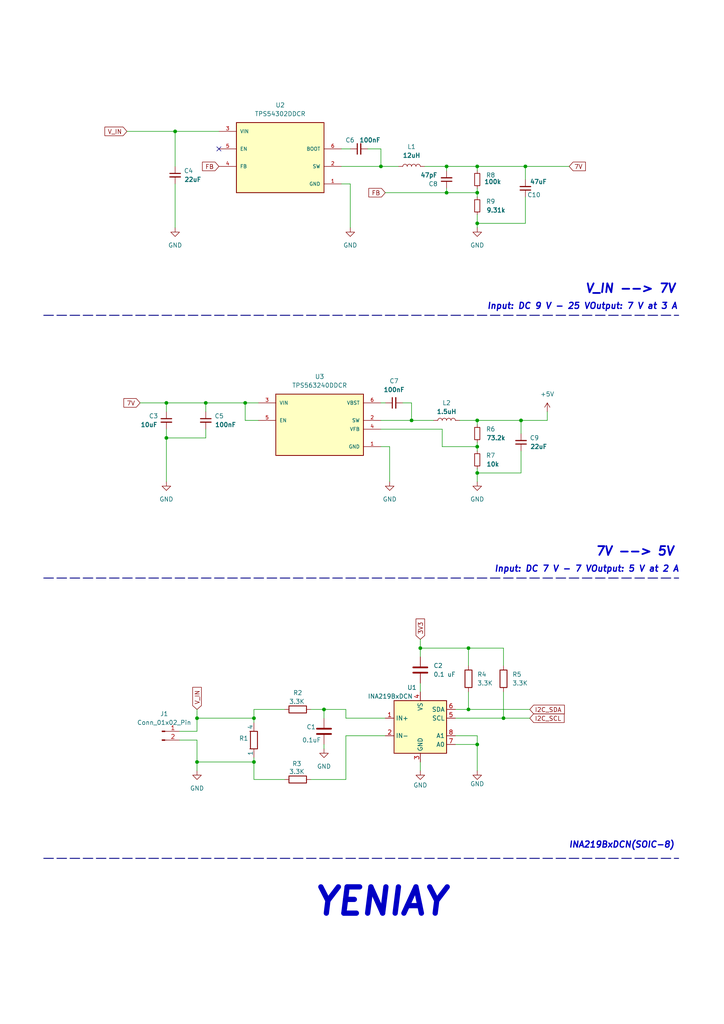
<source format=kicad_sch>
(kicad_sch (version 20231120) (generator "eeschema") (generator_version "8.0")
  (paper "A4" portrait)
  (title_block (title "CPDB") (date "2025-02-23"))
  (lib_symbols
    (symbol "Connector:Conn_01x02_Pin" (pin_names (offset 1.016) hide)
      (property "Reference" "J" (at 0 2.54 0))
      (property "Value" "Conn_01x02_Pin" (at 0 -5.08 0))
      (symbol "Conn_01x02_Pin_1_1"
        (polyline (pts (xy 1.27 -2.54) (xy 0.8636 -2.54)) (stroke (width 0.1524)))
        (polyline (pts (xy 1.27 0) (xy 0.8636 0)) (stroke (width 0.1524)))
        (rectangle (start 0.8636 -2.413) (end 0 -2.667) (stroke (width 0.1524)) (fill (type outline)))
        (rectangle (start 0.8636 0.127) (end 0 -0.127) (stroke (width 0.1524)) (fill (type outline)))
        (pin passive line (at 5.08 0 180) (length 3.81) (name "Pin_1") (number "1"))
        (pin passive line (at 5.08 -2.54 180) (length 3.81) (name "Pin_2") (number "2"))
      )
    )
    (symbol "Device:C" (pin_numbers hide) (pin_names (offset 0.254))
      (property "Reference" "C" (at 0.635 2.54 0))
      (property "Value" "C" (at 0.635 -2.54 0))
      (symbol "C_0_1"
        (polyline (pts (xy -2.032 -0.762) (xy 2.032 -0.762)) (stroke (width 0.508)))
        (polyline (pts (xy -2.032 0.762) (xy 2.032 0.762)) (stroke (width 0.508)))
      )
      (symbol "C_1_1"
        (pin passive line (at 0 3.81 270) (length 2.794) (name "~") (number "1"))
        (pin passive line (at 0 -3.81 90) (length 2.794) (name "~") (number "2"))
      )
    )
    (symbol "Device:C_Small" (pin_numbers hide) (pin_names (offset 0.254) hide)
      (property "Reference" "C" (at 0.254 1.778 0))
      (property "Value" "C_Small" (at 0.254 -2.032 0))
      (symbol "C_Small_0_1"
        (polyline (pts (xy -1.524 -0.508) (xy 1.524 -0.508)) (stroke (width 0.3302)))
        (polyline (pts (xy -1.524 0.508) (xy 1.524 0.508)) (stroke (width 0.3048)))
      )
      (symbol "C_Small_1_1"
        (pin passive line (at 0 2.54 270) (length 2.032) (name "~") (number "1"))
        (pin passive line (at 0 -2.54 90) (length 2.032) (name "~") (number "2"))
      )
    )
    (symbol "Device:L" (pin_numbers hide) (pin_names (offset 1.016) hide)
      (property "Reference" "L" (at -1.27 0 90))
      (property "Value" "L" (at 1.905 0 90))
      (symbol "L_0_1"
        (arc (start 0 -2.54) (mid 0.6323 -1.905) (end 0 -1.27))
        (arc (start 0 -1.27) (mid 0.6323 -0.635) (end 0 0))
        (arc (start 0 0) (mid 0.6323 0.635) (end 0 1.27))
        (arc (start 0 1.27) (mid 0.6323 1.905) (end 0 2.54))
      )
      (symbol "L_1_1"
        (pin passive line (at 0 3.81 270) (length 1.27) (name "1") (number "1"))
        (pin passive line (at 0 -3.81 90) (length 1.27) (name "2") (number "2"))
      )
    )
    (symbol "Device:R" (pin_numbers hide) (pin_names (offset 0))
      (property "Reference" "R" (at 2.032 0 90))
      (property "Value" "R" (at 0 0 90))
      (symbol "R_0_1"
        (rectangle (start -1.016 -2.54) (end 1.016 2.54) (stroke (width 0.254)))
      )
      (symbol "R_1_1"
        (pin passive line (at 0 3.81 270) (length 1.27) (name "~") (number "1"))
        (pin passive line (at 0 -3.81 90) (length 1.27) (name "~") (number "2"))
      )
    )
    (symbol "Device:R_Shunt" (pin_numbers hide) (pin_names (offset 0))
      (property "Reference" "R1" (at 4.318 -0.508 0))
      (symbol "R_Shunt_0_1"
        (rectangle (start -1.016 -2.54) (end 1.016 2.54) (stroke (width 0.254)))
        (polyline (pts (xy 0 -2.54) (xy 1.27 -2.54)))
        (polyline (pts (xy 1.27 2.54) (xy 0 2.54)))
      )
      (symbol "R_Shunt_1_1"
        (pin passive line (at 0 5.08 270) (length 2.54) (name "1") (number "1"))
        (pin passive line (at 0 -5.08 90) (length 2.54) (name "4") (number "4"))
      )
    )
    (symbol "Device:R_Small" (pin_numbers hide) (pin_names (offset 0.254) hide)
      (property "Reference" "R" (at 0.762 0.508 0))
      (property "Value" "R_Small" (at 0.762 -1.016 0))
      (symbol "R_Small_0_1"
        (rectangle (start -0.762 1.778) (end 0.762 -1.778) (stroke (width 0.2032)))
      )
      (symbol "R_Small_1_1"
        (pin passive line (at 0 2.54 270) (length 0.762) (name "~") (number "1"))
        (pin passive line (at 0 -2.54 90) (length 0.762) (name "~") (number "2"))
      )
    )
    (symbol "Sensor_Energy:INA219BxDCN"
      (property "Reference" "U" (at -6.35 8.89 0))
      (property "Value" "INA219BxDCN" (at 6.35 8.89 0))
      (symbol "INA219BxDCN_0_1"
        (rectangle (start -7.62 7.62) (end 7.62 -7.62) (stroke (width 0.254)) (fill (type background)))
      )
      (symbol "INA219BxDCN_1_1"
        (pin input line (at -10.16 2.54 0) (length 2.54) (name "IN+") (number "1"))
        (pin input line (at -10.16 -2.54 0) (length 2.54) (name "IN-") (number "2"))
        (pin power_in line (at 0 -10.16 90) (length 2.54) (name "GND") (number "3"))
        (pin power_in line (at 0 10.16 270) (length 2.54) (name "VS") (number "4"))
        (pin input line (at 10.16 2.54 180) (length 2.54) (name "SCL") (number "5"))
        (pin bidirectional line (at 10.16 5.08 180) (length 2.54) (name "SDA") (number "6"))
        (pin input line (at 10.16 -5.08 180) (length 2.54) (name "A0") (number "7"))
        (pin input line (at 10.16 -2.54 180) (length 2.54) (name "A1") (number "8"))
      )
    )
    (symbol "TPS54302DDCR:TPS54302DDCR" (pin_names (offset 1.016))
      (property "Reference" "U" (at -12.7 11.16 0))
      (property "Value" "TPS54302DDCR" (at -12.7 -11.62 0))
      (symbol "TPS54302DDCR_0_0"
        (rectangle (start -12.7 -10.16) (end 12.7 10.16) (stroke (width 0.254)) (fill (type background)))
        (pin power_in line (at 17.78 -7.62 180) (length 5.08) (name "GND") (number "1"))
        (pin output line (at 17.78 -2.54 180) (length 5.08) (name "SW") (number "2"))
        (pin power_in line (at -17.78 7.62 0) (length 5.08) (name "VIN") (number "3"))
        (pin input line (at -17.78 -2.54 0) (length 5.08) (name "FB") (number "4"))
        (pin input line (at -17.78 2.54 0) (length 5.08) (name "EN") (number "5"))
        (pin output line (at 17.78 2.54 180) (length 5.08) (name "BOOT") (number "6"))
      )
    )
    (symbol "TPS563240DDCR:TPS563240DDCR" (pin_names (offset 1.016))
      (property "Reference" "U" (at -12.7 11.049 0))
      (property "Value" "TPS563240DDCR" (at -12.7 -10.16 0))
      (symbol "TPS563240DDCR_0_0"
        (rectangle (start -12.7 -7.62) (end 12.7 10.16) (stroke (width 0.254)) (fill (type background)))
        (pin power_in line (at 17.78 -5.08 180) (length 5.08) (name "GND") (number "1"))
        (pin output line (at 17.78 2.54 180) (length 5.08) (name "SW") (number "2"))
        (pin input line (at -17.78 7.62 0) (length 5.08) (name "VIN") (number "3"))
        (pin input line (at 17.78 0 180) (length 5.08) (name "VFB") (number "4"))
        (pin input line (at -17.78 2.54 0) (length 5.08) (name "EN") (number "5"))
        (pin output line (at 17.78 7.62 180) (length 5.08) (name "VBST") (number "6"))
      )
    )
    (symbol "power:+5V" (power) (pin_numbers hide) (pin_names (offset 0) hide)
      (property "Value" "+5V" (at 0 3.556 0))
      (symbol "+5V_0_1"
        (polyline (pts (xy -0.762 1.27) (xy 0 2.54)))
        (polyline (pts (xy 0 0) (xy 0 2.54)))
        (polyline (pts (xy 0 2.54) (xy 0.762 1.27)))
      )
      (symbol "+5V_1_1"
        (pin power_in line (at 0 0 90) (length 0) (name "~") (number "1"))
      )
    )
    (symbol "power:GND" (power) (pin_numbers hide) (pin_names (offset 0) hide)
      (property "Value" "GND" (at 0 -3.81 0))
      (symbol "GND_0_1"
        (polyline (pts (xy 0 0) (xy 0 -1.27) (xy 1.27 -1.27) (xy 0 -2.54) (xy -1.27 -1.27) (xy 0 -1.27)))
      )
      (symbol "GND_1_1"
        (pin power_in line (at 0 0 270) (length 0) (name "~") (number "1"))
      )
    )
  )
  (junction (at 57.15 220.98))
  (junction (at 138.43 129.54))
  (junction (at 151.13 121.92))
  (junction (at 59.69 116.84))
  (junction (at 119.38 121.92))
  (junction (at 152.4 48.26))
  (junction (at 138.43 215.9))
  (junction (at 138.43 48.26))
  (junction (at 135.89 205.74))
  (junction (at 57.15 208.28))
  (junction (at 138.43 137.16))
  (junction (at 71.12 116.84))
  (junction (at 73.66 208.28))
  (junction (at 138.43 121.92))
  (junction (at 138.43 64.77))
  (junction (at 50.8 38.1))
  (junction (at 146.05 208.28))
  (junction (at 48.26 127))
  (junction (at 48.26 116.84))
  (junction (at 73.66 220.98))
  (junction (at 129.54 55.88))
  (junction (at 110.49 48.26))
  (junction (at 93.98 205.74))
  (junction (at 138.43 55.88))
  (junction (at 135.89 187.96))
  (junction (at 121.92 187.96))
  (junction (at 129.54 48.26))
  (no_connect (at 63.5 43.18))
  (wire (pts (xy 135.89 187.96) (xy 135.89 193.04)))
  (wire (pts (xy 132.08 208.28) (xy 146.05 208.28)))
  (wire (pts (xy 119.38 121.92) (xy 125.73 121.92)))
  (wire (pts (xy 100.33 213.36) (xy 100.33 226.06)))
  (wire (pts (xy 73.66 219.71) (xy 73.66 220.98)))
  (wire (pts (xy 52.07 212.09) (xy 57.15 212.09)))
  (wire (pts (xy 100.33 208.28) (xy 100.33 205.74)))
  (wire (pts (xy 73.66 220.98) (xy 73.66 226.06)))
  (wire (pts (xy 50.8 53.34) (xy 50.8 66.04)))
  (wire (pts (xy 71.12 121.92) (xy 71.12 116.84)))
  (wire (pts (xy 152.4 48.26) (xy 165.1 48.26)))
  (wire (pts (xy 138.43 64.77) (xy 138.43 62.23)))
  (wire (pts (xy 138.43 128.27) (xy 138.43 129.54)))
  (wire (pts (xy 138.43 64.77) (xy 138.43 66.04)))
  (wire (pts (xy 146.05 200.66) (xy 146.05 208.28)))
  (wire (pts (xy 138.43 121.92) (xy 151.13 121.92)))
  (wire (pts (xy 82.55 205.74) (xy 73.66 205.74)))
  (wire (pts (xy 138.43 213.36) (xy 138.43 215.9)))
  (wire (pts (xy 110.49 116.84) (xy 111.76 116.84)))
  (wire (pts (xy 36.83 38.1) (xy 50.8 38.1)))
  (wire (pts (xy 73.66 208.28) (xy 73.66 209.55)))
  (wire (pts (xy 57.15 208.28) (xy 57.15 212.09)))
  (wire (pts (xy 59.69 116.84) (xy 71.12 116.84)))
  (wire (pts (xy 111.76 208.28) (xy 100.33 208.28)))
  (wire (pts (xy 121.92 185.42) (xy 121.92 187.96)))
  (wire (pts (xy 48.26 116.84) (xy 48.26 119.38)))
  (wire (pts (xy 132.08 213.36) (xy 138.43 213.36)))
  (wire (pts (xy 129.54 55.88) (xy 129.54 54.61)))
  (wire (pts (xy 151.13 121.92) (xy 151.13 125.73)))
  (wire (pts (xy 121.92 198.12) (xy 121.92 200.66)))
  (wire (pts (xy 138.43 48.26) (xy 138.43 49.53)))
  (wire (pts (xy 99.06 48.26) (xy 110.49 48.26)))
  (wire (pts (xy 151.13 130.81) (xy 151.13 137.16)))
  (wire (pts (xy 129.54 55.88) (xy 138.43 55.88)))
  (wire (pts (xy 99.06 53.34) (xy 101.6 53.34)))
  (wire (pts (xy 138.43 54.61) (xy 138.43 55.88)))
  (wire (pts (xy 57.15 208.28) (xy 57.15 205.74)))
  (wire (pts (xy 110.49 124.46) (xy 128.27 124.46)))
  (wire (pts (xy 151.13 137.16) (xy 138.43 137.16)))
  (wire (pts (xy 57.15 220.98) (xy 57.15 223.52)))
  (wire (pts (xy 57.15 214.63) (xy 57.15 220.98)))
  (wire (pts (xy 93.98 205.74) (xy 93.98 208.28)))
  (wire (pts (xy 59.69 116.84) (xy 59.69 119.38)))
  (wire (pts (xy 152.4 48.26) (xy 138.43 48.26)))
  (wire (pts (xy 57.15 208.28) (xy 73.66 208.28)))
  (wire (pts (xy 90.17 226.06) (xy 100.33 226.06)))
  (wire (pts (xy 110.49 121.92) (xy 119.38 121.92)))
  (wire (pts (xy 121.92 223.52) (xy 121.92 220.98)))
  (wire (pts (xy 40.64 116.84) (xy 48.26 116.84)))
  (wire (pts (xy 59.69 127) (xy 48.26 127)))
  (wire (pts (xy 73.66 226.06) (xy 82.55 226.06)))
  (wire (pts (xy 129.54 48.26) (xy 138.43 48.26)))
  (wire (pts (xy 101.6 53.34) (xy 101.6 66.04)))
  (wire (pts (xy 110.49 48.26) (xy 115.57 48.26)))
  (wire (pts (xy 135.89 200.66) (xy 135.89 205.74)))
  (wire (pts (xy 50.8 38.1) (xy 63.5 38.1)))
  (wire (pts (xy 50.8 38.1) (xy 50.8 48.26)))
  (wire (pts (xy 133.35 121.92) (xy 138.43 121.92)))
  (wire (pts (xy 146.05 187.96) (xy 146.05 193.04)))
  (wire (pts (xy 113.03 129.54) (xy 113.03 139.7)))
  (wire (pts (xy 152.4 57.15) (xy 152.4 64.77)))
  (wire (pts (xy 57.15 220.98) (xy 73.66 220.98)))
  (wire (pts (xy 135.89 205.74) (xy 153.67 205.74)))
  (wire (pts (xy 138.43 55.88) (xy 138.43 57.15)))
  (wire (pts (xy 138.43 121.92) (xy 138.43 123.19)))
  (wire (pts (xy 111.76 55.88) (xy 129.54 55.88)))
  (wire (pts (xy 73.66 205.74) (xy 73.66 208.28)))
  (wire (pts (xy 90.17 205.74) (xy 93.98 205.74)))
  (wire (pts (xy 146.05 208.28) (xy 153.67 208.28)))
  (wire (pts (xy 48.26 116.84) (xy 59.69 116.84)))
  (wire (pts (xy 129.54 48.26) (xy 129.54 49.53)))
  (wire (pts (xy 128.27 124.46) (xy 128.27 129.54)))
  (wire (pts (xy 59.69 124.46) (xy 59.69 127)))
  (bus (pts (xy 12.7 167.64) (xy 196.85 167.64)) (stroke (width 0.254) (type dash)))
  (wire (pts (xy 158.75 119.38) (xy 158.75 121.92)))
  (wire (pts (xy 152.4 64.77) (xy 138.43 64.77)))
  (wire (pts (xy 151.13 121.92) (xy 158.75 121.92)))
  (wire (pts (xy 48.26 124.46) (xy 48.26 127)))
  (wire (pts (xy 93.98 217.17) (xy 93.98 215.9)))
  (wire (pts (xy 74.93 121.92) (xy 71.12 121.92)))
  (wire (pts (xy 152.4 52.07) (xy 152.4 48.26)))
  (wire (pts (xy 128.27 129.54) (xy 138.43 129.54)))
  (wire (pts (xy 121.92 187.96) (xy 121.92 190.5)))
  (wire (pts (xy 110.49 129.54) (xy 113.03 129.54)))
  (wire (pts (xy 93.98 205.74) (xy 100.33 205.74)))
  (wire (pts (xy 119.38 116.84) (xy 119.38 121.92)))
  (bus (pts (xy 12.7 248.92) (xy 196.85 248.92)) (stroke (width 0.254) (type dash)))
  (wire (pts (xy 138.43 129.54) (xy 138.43 130.81)))
  (wire (pts (xy 110.49 43.18) (xy 110.49 48.26)))
  (wire (pts (xy 132.08 205.74) (xy 135.89 205.74)))
  (wire (pts (xy 99.06 43.18) (xy 101.6 43.18)))
  (wire (pts (xy 121.92 187.96) (xy 135.89 187.96)))
  (wire (pts (xy 135.89 187.96) (xy 146.05 187.96)))
  (wire (pts (xy 106.68 43.18) (xy 110.49 43.18)))
  (wire (pts (xy 48.26 127) (xy 48.26 139.7)))
  (wire (pts (xy 116.84 116.84) (xy 119.38 116.84)))
  (wire (pts (xy 138.43 137.16) (xy 138.43 139.7)))
  (wire (pts (xy 138.43 215.9) (xy 138.43 223.52)))
  (wire (pts (xy 52.07 214.63) (xy 57.15 214.63)))
  (wire (pts (xy 71.12 116.84) (xy 74.93 116.84)))
  (wire (pts (xy 132.08 215.9) (xy 138.43 215.9)))
  (bus (pts (xy 12.7 91.44) (xy 196.85 91.44)) (stroke (width 0.254) (type dash)))
  (wire (pts (xy 138.43 137.16) (xy 138.43 135.89)))
  (wire (pts (xy 111.76 213.36) (xy 100.33 213.36)))
  (wire (pts (xy 123.19 48.26) (xy 129.54 48.26)))
  (text "INA219BxDCN(SOIC-8)" (at 180.34 245.11 0) (effects (font (size 1.778 1.778) (thickness 0.3556) (bold yes) (italic yes))))
  (text "YENIAY" (at 110.49 261.62 0) (effects (font (size 7.62 7.62) (thickness 1.524) (bold yes) (italic yes))))
  (text "Input: DC 7 V - 7 VOutput: 5 V at 2 A" (at 170.18 165.1 0) (effects (font (size 1.778 1.778) (thickness 0.3556) (bold yes) (italic yes))))
  (text "Input: DC 9 V - 25 VOutput: 7 V at 3 A" (at 168.91 88.9 0) (effects (font (size 1.778 1.778) (thickness 0.3556) (bold yes) (italic yes))))
  (text "V_IN --> 7V" (at 182.88 83.82 0) (effects (font (size 2.54 2.54) (bold yes) (italic yes))))
  (text "7V --> 5V" (at 184.15 160.02 0) (effects (font (size 2.54 2.54) (bold yes) (italic yes))))
  (global_label "V_IN" (shape input) (at 57.15 205.74 90) (property "Intersheetrefs" "${INTERSHEET_REFS}" (effects (hide yes))))
  (global_label "7V" (shape input) (at 40.64 116.84 180) (property "Intersheetrefs" "${INTERSHEET_REFS}" (effects (hide yes))))
  (global_label "I2C_SCL" (shape input) (at 153.67 208.28 0) (property "Intersheetrefs" "${INTERSHEET_REFS}" (effects (hide yes))))
  (global_label "V_IN" (shape input) (at 36.83 38.1 180) (property "Intersheetrefs" "${INTERSHEET_REFS}" (effects (hide yes))))
  (global_label "FB" (shape input) (at 63.5 48.26 180) (property "Intersheetrefs" "${INTERSHEET_REFS}" (effects (hide yes))))
  (global_label "I2C_SDA" (shape input) (at 153.67 205.74 0) (property "Intersheetrefs" "${INTERSHEET_REFS}" (effects (hide yes))))
  (global_label "3V3" (shape input) (at 121.92 185.42 90) (property "Intersheetrefs" "${INTERSHEET_REFS}" (effects (hide yes))))
  (global_label "FB" (shape input) (at 111.76 55.88 180) (property "Intersheetrefs" "${INTERSHEET_REFS}" (effects (hide yes))))
  (global_label "7V" (shape input) (at 165.1 48.26 0) (property "Intersheetrefs" "${INTERSHEET_REFS}" (effects (hide yes))))
  (symbol (lib_id "Device:C") (at 121.92 194.31 0) (unit 1)
    (property "Reference" "C2" (at 125.73 193.0399 0) (effects (justify left)))
    (property "Value" "0.1 uF" (at 125.73 195.5799 0) (effects (justify left)))
    (property "Footprint" "Capacitor_SMD:C_0603_1608Metric" (effects (hide yes)))
    (property "Description" "Unpolarized capacitor" (effects (hide yes)))
  )
  (symbol (lib_id "power:GND") (at 101.6 66.04 0) (unit 1)
    (property "Reference" "#PWR07" (effects (hide yes)))
    (property "Value" "GND" (at 101.6 71.12 0))
    (property "Description" "Power symbol creates a global label with name \"GND\" , ground" (effects (hide yes)))
  )
  (symbol (lib_id "Device:C_Small") (at 152.4 54.61 180) (unit 1)
    (property "Reference" "C10" (at 156.845 56.515 0) (effects (justify left)))
    (property "Value" "47uF" (at 158.75 52.705 0) (effects (font (bold yes)) (justify left)))
    (property "Footprint" "Capacitor_SMD:C_0805_2012Metric" (effects (hide yes)))
    (property "Description" "Unpolarized capacitor, small symbol" (effects (hide yes)))
  )
  (symbol (lib_id "Device:L") (at 129.54 121.92 90) (unit 1)
    (property "Reference" "L2" (at 129.54 116.84 90))
    (property "Value" "1.5uH" (at 129.54 119.38 90) (effects (font (bold yes))))
    (property "Footprint" "Inductor_SMD:L_Bourns-SRN8040_8x8.15mm" (effects (hide yes)))
    (property "Description" "Inductor" (effects (hide yes)))
  )
  (symbol (lib_id "Device:C_Small") (at 59.69 121.92 0) (unit 1)
    (property "Reference" "C5" (at 62.23 120.6562 0) (effects (justify left)))
    (property "Value" "100nF" (at 62.23 123.19 0) (effects (font (bold yes)) (justify left)))
    (property "Footprint" "Capacitor_SMD:C_0603_1608Metric" (effects (hide yes)))
    (property "Description" "Unpolarized capacitor, small symbol" (effects (hide yes)))
  )
  (symbol (lib_id "Device:R") (at 86.36 205.74 90) (unit 1)
    (property "Reference" "R2" (at 86.36 200.914 90))
    (property "Value" "3.3K" (at 86.106 203.454 90))
    (property "Footprint" "Resistor_SMD:R_0805_2012Metric" (effects (hide yes)))
    (property "Description" "Resistor" (effects (hide yes)))
  )
  (symbol (lib_id "Device:R_Shunt") (at 73.66 214.63 180) (unit 1)
    (property "Reference" "R1" (at 69.342 214.122 0) (effects (justify right)))
    (property "Value" "20m" (effects (hide yes)))
    (property "Footprint" "Resistor_SMD:R_Shunt_Ohmite_LVK12" (effects (hide yes)))
    (property "Description" "Shunt resistor" (effects (hide yes)))
  )
  (symbol (lib_id "power:GND") (at 138.43 223.52 0) (unit 1)
    (property "Reference" "#PWR04" (effects (hide yes)))
    (property "Value" "GND" (at 138.43 227.33 0))
    (property "Description" "Power symbol creates a global label with name \"GND\" , ground" (effects (hide yes)))
  )
  (symbol (lib_id "Device:C_Small") (at 114.3 116.84 90) (unit 1)
    (property "Reference" "C7" (at 114.3063 110.49 90))
    (property "Value" "100nF" (at 114.3063 113.03 90) (effects (font (bold yes))))
    (property "Footprint" "Capacitor_SMD:C_0603_1608Metric" (effects (hide yes)))
    (property "Description" "Unpolarized capacitor, small symbol" (effects (hide yes)))
  )
  (symbol (lib_id "TPS563240DDCR:TPS563240DDCR") (at 92.71 124.46 0) (unit 1)
    (property "Reference" "U3" (at 92.71 109.22 0))
    (property "Value" "TPS563240DDCR" (at 92.71 111.76 0))
    (property "Footprint" "TPS563240DDCR:SOT95P280X110-6N" (effects (hide yes)))
    (property "MF" "Texas Instruments" (effects (hide yes)))
    (property "MAXIMUM_PACKAGE_HEIGHT" "1.1 mm" (effects (hide yes)))
    (property "Package" "SOT-23-THN-6 Texas Instruments" (effects (hide yes)))
    (property "Price" "None" (effects (hide yes)))
    (property "Check_prices" "https://www.snapeda.com/parts/TPS563240DDCR/Texas+Instruments/view-part/?ref=eda" (effects (hide yes)))
    (property "STANDARD" "IPC 7351B" (effects (hide yes)))
    (property "PARTREV" "A" (effects (hide yes)))
    (property "SnapEDA_Link" "https://www.snapeda.com/parts/TPS563240DDCR/Texas+Instruments/view-part/?ref=snap" (effects (hide yes)))
    (property "MP" "TPS563240DDCR" (effects (hide yes)))
    (property "Description_1" "\n                        \n                            17-V, 3-A, 1.4-MHz synchronous step-down voltage regulator\n                        \n" (effects (hide yes)))
    (property "Availability" "In Stock" (effects (hide yes)))
    (property "MANUFACTURER" "Texas Instruments" (effects (hide yes)))
  )
  (symbol (lib_id "Device:R_Small") (at 138.43 125.73 0) (unit 1)
    (property "Reference" "R6" (at 140.97 124.4599 0) (effects (justify left)))
    (property "Value" "73.2k" (at 140.97 127 0) (effects (font (bold yes)) (justify left)))
    (property "Footprint" "Resistor_SMD:R_0805_2012Metric" (effects (hide yes)))
    (property "Description" "Resistor, small symbol" (effects (hide yes)))
  )
  (symbol (lib_id "power:GND") (at 50.8 66.04 0) (unit 1)
    (property "Reference" "#PWR06" (effects (hide yes)))
    (property "Value" "GND" (at 50.8 71.12 0))
    (property "Description" "Power symbol creates a global label with name \"GND\" , ground" (effects (hide yes)))
  )
  (symbol (lib_id "Device:L") (at 119.38 48.26 90) (unit 1)
    (property "Reference" "L1" (at 119.38 42.545 90))
    (property "Value" "12uH" (at 119.38 45.085 90) (effects (font (bold yes))))
    (property "Footprint" "Inductor_SMD:L_Chilisin_BMRF00131350" (effects (hide yes)))
    (property "Description" "Inductor" (effects (hide yes)))
  )
  (symbol (lib_id "Device:R_Small") (at 138.43 133.35 0) (unit 1)
    (property "Reference" "R7" (at 140.97 132.0799 0) (effects (justify left)))
    (property "Value" "10k" (at 140.97 134.62 0) (effects (font (bold yes)) (justify left)))
    (property "Footprint" "Resistor_SMD:R_0805_2012Metric" (effects (hide yes)))
    (property "Description" "Resistor, small symbol" (effects (hide yes)))
  )
  (symbol (lib_id "Connector:Conn_01x02_Pin") (at 46.99 212.09 0) (unit 1)
    (property "Reference" "J1" (at 47.625 207.01 0))
    (property "Value" "Conn_01x02_Pin" (at 47.625 209.55 0))
    (property "Description" "Generic connector, single row, 01x02, script generated" (effects (hide yes)))
  )
  (symbol (lib_id "power:GND") (at 57.15 223.52 0) (unit 1)
    (property "Reference" "#PWR01" (effects (hide yes)))
    (property "Value" "GND" (at 57.15 228.6 0))
    (property "Description" "Power symbol creates a global label with name \"GND\" , ground" (effects (hide yes)))
  )
  (symbol (lib_id "Device:C_Small") (at 104.14 43.18 90) (unit 1)
    (property "Reference" "C6" (at 102.8762 40.64 90) (effects (justify left)))
    (property "Value" "100nF" (at 110.49 40.64 90) (effects (font (bold yes)) (justify left)))
    (property "Footprint" "Capacitor_SMD:C_0603_1608Metric" (effects (hide yes)))
    (property "Description" "Unpolarized capacitor, small symbol" (effects (hide yes)))
  )
  (symbol (lib_id "power:GND") (at 138.43 139.7 0) (unit 1)
    (property "Reference" "#PWR09" (effects (hide yes)))
    (property "Value" "GND" (at 138.43 144.78 0))
    (property "Description" "Power symbol creates a global label with name \"GND\" , ground" (effects (hide yes)))
  )
  (symbol (lib_id "TPS54302DDCR:TPS54302DDCR") (at 81.28 45.72 0) (unit 1)
    (property "Reference" "U2" (at 81.28 30.48 0))
    (property "Value" "TPS54302DDCR" (at 81.28 33.02 0))
    (property "Footprint" "TPS54302DDCR:SOT95P280X110-6N" (effects (hide yes)))
    (property "MF" "Texas Instruments" (effects (hide yes)))
    (property "MAXIMUM_PACKAGE_HEIGHT" "1.10 mm" (effects (hide yes)))
    (property "Package" "SOT-23-THN-6 Texas Instruments" (effects (hide yes)))
    (property "Price" "None" (effects (hide yes)))
    (property "Check_prices" "https://www.snapeda.com/parts/TPS54302DDCR/Texas+Instruments/view-part/?ref=eda" (effects (hide yes)))
    (property "STANDARD" "IPC-7351B" (effects (hide yes)))
    (property "PARTREV" "A" (effects (hide yes)))
    (property "SnapEDA_Link" "https://www.snapeda.com/parts/TPS54302DDCR/Texas+Instruments/view-part/?ref=snap" (effects (hide yes)))
    (property "MP" "TPS54302DDCR" (effects (hide yes)))
    (property "Description_1" "\n                        \n                            4.5-V to 28-V Input, 3-A Output, EMI Friendly Synchronous Step-Down Converter\n                        \n" (effects (hide yes)))
    (property "Availability" "In Stock" (effects (hide yes)))
    (property "MANUFACTURER" "Texas Instruments" (effects (hide yes)))
  )
  (symbol (lib_id "Device:R_Small") (at 138.43 52.07 0) (unit 1)
    (property "Reference" "R8" (at 140.97 50.7999 0) (effects (justify left)))
    (property "Value" "100k" (at 140.335 52.705 0) (effects (font (bold yes)) (justify left)))
    (property "Footprint" "Resistor_SMD:R_0805_2012Metric" (effects (hide yes)))
    (property "Description" "Resistor, small symbol" (effects (hide yes)))
  )
  (symbol (lib_id "Sensor_Energy:INA219BxDCN") (at 121.92 210.82 0) (unit 1)
    (property "Reference" "U1" (at 118.11 199.39 0) (effects (justify left)))
    (property "Value" "INA219BxDCN" (at 106.68 201.93 0) (effects (justify left)))
    (property "Footprint" "Package_TO_SOT_SMD:SOT-23-8" (effects (hide yes)))
    (property "Datasheet" "http://www.ti.com/lit/ds/symlink/ina219.pdf" (effects (hide yes)))
    (property "Description" "Zero-Drift, HighAccuracy, Bidirectional Current/Power Monitor (0-26V) With I2C Interface, SOT-23-8" (effects (hide yes)))
  )
  (symbol (lib_id "Device:C_Small") (at 50.8 50.8 0) (unit 1)
    (property "Reference" "C4" (at 53.34 49.5362 0) (effects (justify left)))
    (property "Value" "22uF" (at 53.34 52.07 0) (effects (font (bold yes)) (justify left)))
    (property "Footprint" "Capacitor_SMD:C_0805_2012Metric" (effects (hide yes)))
    (property "Description" "Unpolarized capacitor, small symbol" (effects (hide yes)))
  )
  (symbol (lib_id "power:GND") (at 93.98 217.17 0) (unit 1)
    (property "Reference" "#PWR02" (effects (hide yes)))
    (property "Value" "GND" (at 93.98 222.25 0))
    (property "Description" "Power symbol creates a global label with name \"GND\" , ground" (effects (hide yes)))
  )
  (symbol (lib_id "Device:C_Small") (at 151.13 128.27 180) (unit 1)
    (property "Reference" "C9" (at 153.67 126.9935 0) (effects (justify right)))
    (property "Value" "22uF" (at 153.67 129.5336 0) (effects (font (bold yes)) (justify right)))
    (property "Footprint" "Capacitor_SMD:C_0805_2012Metric" (effects (hide yes)))
    (property "Description" "Unpolarized capacitor, small symbol" (effects (hide yes)))
  )
  (symbol (lib_id "Device:R_Small") (at 138.43 59.69 0) (unit 1)
    (property "Reference" "R9" (at 140.97 58.4199 0) (effects (justify left)))
    (property "Value" "9.31k" (at 140.97 60.96 0) (effects (font (bold yes)) (justify left)))
    (property "Footprint" "Resistor_SMD:R_0805_2012Metric" (effects (hide yes)))
    (property "Description" "Resistor, small symbol" (effects (hide yes)))
  )
  (symbol (lib_id "power:GND") (at 138.43 66.04 0) (unit 1)
    (property "Reference" "#PWR010" (effects (hide yes)))
    (property "Value" "GND" (at 138.43 71.12 0))
    (property "Description" "Power symbol creates a global label with name \"GND\" , ground" (effects (hide yes)))
  )
  (symbol (lib_id "power:GND") (at 121.92 223.52 0) (unit 1)
    (property "Reference" "#PWR03" (effects (hide yes)))
    (property "Value" "GND" (at 121.92 227.7153 0))
    (property "Description" "Power symbol creates a global label with name \"GND\" , ground" (effects (hide yes)))
  )
  (symbol (lib_id "Device:R") (at 86.36 226.06 90) (unit 1)
    (property "Reference" "R3" (at 86.106 221.488 90))
    (property "Value" "3.3K" (at 86.106 223.774 90))
    (property "Footprint" "Resistor_SMD:R_0805_2012Metric" (effects (hide yes)))
    (property "Description" "Resistor" (effects (hide yes)))
  )
  (symbol (lib_id "power:GND") (at 113.03 139.7 0) (unit 1)
    (property "Reference" "#PWR08" (effects (hide yes)))
    (property "Value" "GND" (at 113.03 144.78 0))
    (property "Description" "Power symbol creates a global label with name \"GND\" , ground" (effects (hide yes)))
  )
  (symbol (lib_id "power:+5V") (at 158.75 119.38 0) (unit 1)
    (property "Reference" "#PWR011" (effects (hide yes)))
    (property "Value" "+5V" (at 158.75 114.3 0))
    (property "Description" "Power symbol creates a global label with name \"+5V\"" (effects (hide yes)))
  )
  (symbol (lib_id "Device:C_Small") (at 129.54 52.07 180) (unit 1)
    (property "Reference" "C8" (at 127 53.3338 0) (effects (justify left)))
    (property "Value" "47pF" (at 127 50.8 0) (effects (font (bold yes)) (justify left)))
    (property "Footprint" "Capacitor_SMD:C_0603_1608Metric" (effects (hide yes)))
    (property "Description" "Unpolarized capacitor, small symbol" (effects (hide yes)))
  )
  (symbol (lib_id "power:GND") (at 48.26 139.7 0) (unit 1)
    (property "Reference" "#PWR05" (effects (hide yes)))
    (property "Value" "GND" (at 48.26 144.78 0))
    (property "Description" "Power symbol creates a global label with name \"GND\" , ground" (effects (hide yes)))
  )
  (symbol (lib_id "Device:C") (at 93.98 212.09 0) (unit 1)
    (property "Reference" "C1" (at 88.9 210.82 0) (effects (justify left)))
    (property "Value" "0.1uF" (at 87.63 214.63 0) (effects (justify left)))
    (property "Footprint" "Capacitor_SMD:C_0603_1608Metric" (effects (hide yes)))
    (property "Description" "Unpolarized capacitor" (effects (hide yes)))
  )
  (symbol (lib_id "Device:R") (at 146.05 196.85 0) (unit 1)
    (property "Reference" "R5" (at 148.59 195.5799 0) (effects (justify left)))
    (property "Value" "3.3K" (at 148.59 198.1199 0) (effects (justify left)))
    (property "Footprint" "Resistor_SMD:R_0805_2012Metric" (effects (hide yes)))
    (property "Description" "Resistor" (effects (hide yes)))
  )
  (symbol (lib_id "Device:R") (at 135.89 196.85 0) (unit 1)
    (property "Reference" "R4" (at 138.43 195.5799 0) (effects (justify left)))
    (property "Value" "3.3K" (at 138.43 198.1199 0) (effects (justify left)))
    (property "Footprint" "Resistor_SMD:R_0805_2012Metric" (effects (hide yes)))
    (property "Description" "Resistor" (effects (hide yes)))
  )
  (symbol (lib_id "Device:C_Small") (at 48.26 121.92 0) (unit 1)
    (property "Reference" "C3" (at 43.18 120.65 0) (effects (justify left)))
    (property "Value" "10uF" (at 40.64 123.19 0) (effects (font (bold yes)) (justify left)))
    (property "Footprint" "Capacitor_SMD:C_0805_2012Metric" (effects (hide yes)))
    (property "Description" "Unpolarized capacitor, small symbol" (effects (hide yes)))
  )
)
</source>
